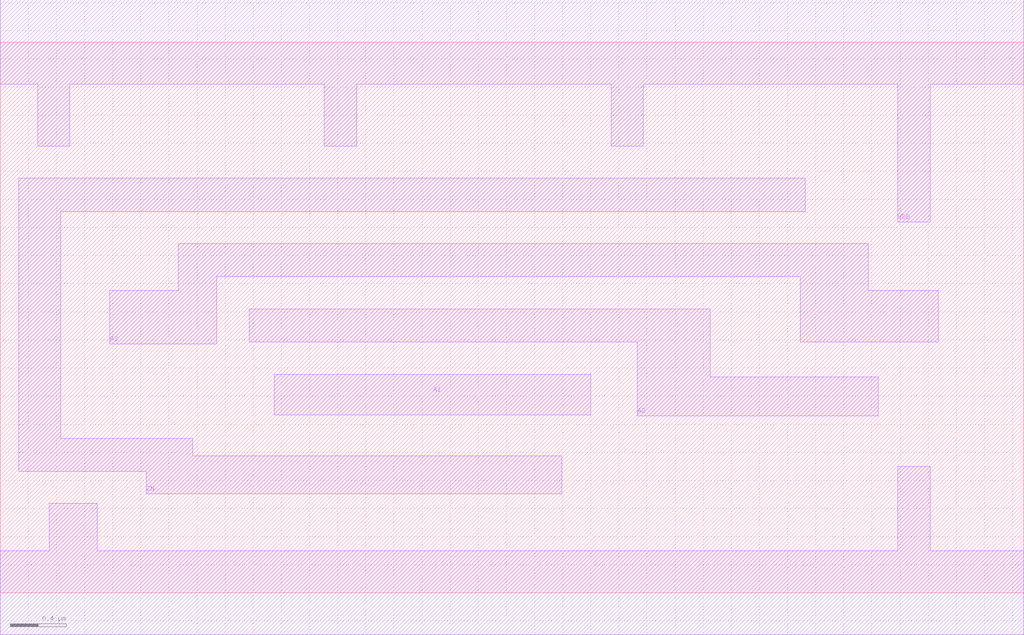
<source format=lef>
# Copyright 2022 GlobalFoundries PDK Authors
#
# Licensed under the Apache License, Version 2.0 (the "License");
# you may not use this file except in compliance with the License.
# You may obtain a copy of the License at
#
#      http://www.apache.org/licenses/LICENSE-2.0
#
# Unless required by applicable law or agreed to in writing, software
# distributed under the License is distributed on an "AS IS" BASIS,
# WITHOUT WARRANTIES OR CONDITIONS OF ANY KIND, either express or implied.
# See the License for the specific language governing permissions and
# limitations under the License.

MACRO gf180mcu_fd_sc_mcu7t5v0__nand3_2
  CLASS core ;
  FOREIGN gf180mcu_fd_sc_mcu7t5v0__nand3_2 0.0 0.0 ;
  ORIGIN 0 0 ;
  SYMMETRY X Y ;
  SITE GF018hv5v_mcu_sc7 ;
  SIZE 7.28 BY 3.92 ;
  PIN A1
    DIRECTION INPUT ;
    ANTENNAGATEAREA 1.969 ;
    PORT
      LAYER Metal1 ;
        POLYGON 1.95 1.265 4.2 1.265 4.2 1.555 1.95 1.555  ;
    END
  END A1
  PIN A2
    DIRECTION INPUT ;
    ANTENNAGATEAREA 1.969 ;
    PORT
      LAYER Metal1 ;
        POLYGON 1.77 1.785 4.53 1.785 4.53 1.26 6.245 1.26 6.245 1.535 5.05 1.535 5.05 2.02 1.77 2.02  ;
    END
  END A2
  PIN A3
    DIRECTION INPUT ;
    ANTENNAGATEAREA 1.969 ;
    PORT
      LAYER Metal1 ;
        POLYGON 0.78 1.77 1.54 1.77 1.54 2.25 5.69 2.25 5.69 1.785 6.67 1.785 6.67 2.15 6.175 2.15 6.175 2.485 1.265 2.485 1.265 2.15 0.78 2.15  ;
    END
  END A3
  PIN ZN
    DIRECTION OUTPUT ;
    ANTENNADIFFAREA 1.963 ;
    PORT
      LAYER Metal1 ;
        POLYGON 0.43 2.715 5.725 2.715 5.725 2.95 0.13 2.95 0.13 0.865 1.04 0.865 1.04 0.705 3.995 0.705 3.995 0.975 1.37 0.975 1.37 1.1 0.43 1.1  ;
    END
  END ZN
  PIN VDD
    DIRECTION INOUT ;
    USE power ;
    SHAPE ABUTMENT ;
    PORT
      LAYER Metal1 ;
        POLYGON 0 3.62 0.265 3.62 0.265 3.18 0.495 3.18 0.495 3.62 2.305 3.62 2.305 3.18 2.535 3.18 2.535 3.62 4.345 3.62 4.345 3.18 4.575 3.18 4.575 3.62 6.385 3.62 6.385 2.64 6.615 2.64 6.615 3.62 7.28 3.62 7.28 4.22 0 4.22  ;
    END
  END VDD
  PIN VSS
    DIRECTION INOUT ;
    USE ground ;
    SHAPE ABUTMENT ;
    PORT
      LAYER Metal1 ;
        POLYGON 0 -0.3 7.28 -0.3 7.28 0.3 6.615 0.3 6.615 0.9 6.385 0.9 6.385 0.3 0.69 0.3 0.69 0.635 0.35 0.635 0.35 0.3 0 0.3  ;
    END
  END VSS
END gf180mcu_fd_sc_mcu7t5v0__nand3_2

</source>
